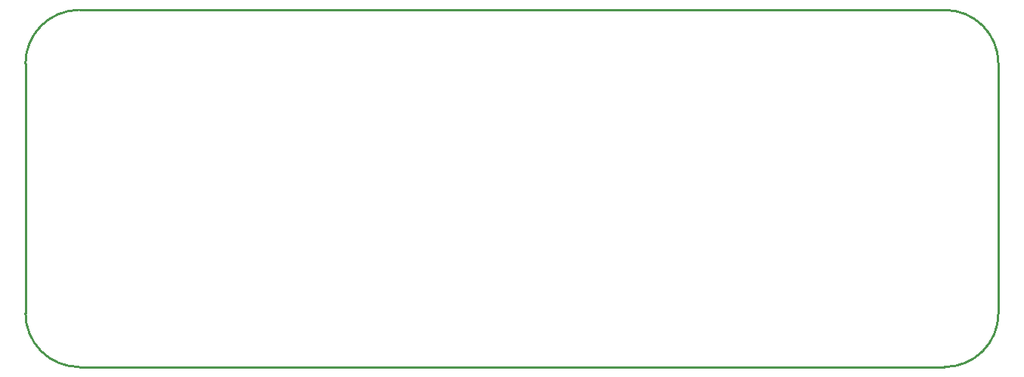
<source format=gbr>
%TF.GenerationSoftware,KiCad,Pcbnew,(6.99.0)*%
%TF.CreationDate,2021-12-30T19:51:54+01:00*%
%TF.ProjectId,TurtlePad,54757274-6c65-4506-9164-2e6b69636164,rev?*%
%TF.SameCoordinates,Original*%
%TF.FileFunction,Profile,NP*%
%FSLAX46Y46*%
G04 Gerber Fmt 4.6, Leading zero omitted, Abs format (unit mm)*
G04 Created by KiCad (PCBNEW (6.99.0)) date 2021-12-30 19:51:54*
%MOMM*%
%LPD*%
G01*
G04 APERTURE LIST*
%TA.AperFunction,Profile*%
%ADD10C,0.250000*%
%TD*%
G04 APERTURE END LIST*
D10*
X197630000Y-116860000D02*
G75*
G03*
X203630000Y-110860000I1J5999999D01*
G01*
X203630000Y-110860000D02*
X203630000Y-82860000D01*
X197630000Y-76860000D02*
X100630000Y-76860000D01*
X94630000Y-82860000D02*
X94630000Y-110860000D01*
X94630000Y-110860000D02*
G75*
G03*
X100630000Y-116860000I5999999J-1D01*
G01*
X100630000Y-76860000D02*
G75*
G03*
X94630000Y-82860000I-1J-5999999D01*
G01*
X100630000Y-116860000D02*
X197630000Y-116860000D01*
X203630000Y-82860000D02*
G75*
G03*
X197630000Y-76860000I-5999999J1D01*
G01*
M02*

</source>
